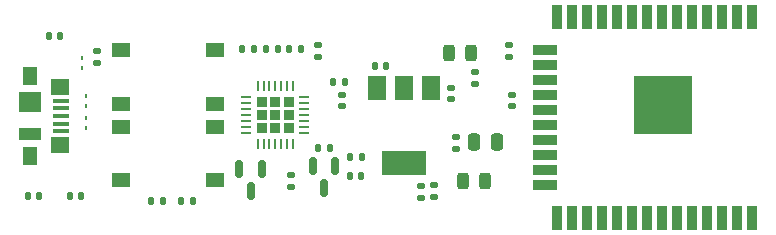
<source format=gbr>
%TF.GenerationSoftware,KiCad,Pcbnew,(6.0.1)*%
%TF.CreationDate,2023-01-04T22:15:02+03:00*%
%TF.ProjectId,EspDevBoard,45737044-6576-4426-9f61-72642e6b6963,rev?*%
%TF.SameCoordinates,Original*%
%TF.FileFunction,Paste,Top*%
%TF.FilePolarity,Positive*%
%FSLAX46Y46*%
G04 Gerber Fmt 4.6, Leading zero omitted, Abs format (unit mm)*
G04 Created by KiCad (PCBNEW (6.0.1)) date 2023-01-04 22:15:02*
%MOMM*%
%LPD*%
G01*
G04 APERTURE LIST*
G04 Aperture macros list*
%AMRoundRect*
0 Rectangle with rounded corners*
0 $1 Rounding radius*
0 $2 $3 $4 $5 $6 $7 $8 $9 X,Y pos of 4 corners*
0 Add a 4 corners polygon primitive as box body*
4,1,4,$2,$3,$4,$5,$6,$7,$8,$9,$2,$3,0*
0 Add four circle primitives for the rounded corners*
1,1,$1+$1,$2,$3*
1,1,$1+$1,$4,$5*
1,1,$1+$1,$6,$7*
1,1,$1+$1,$8,$9*
0 Add four rect primitives between the rounded corners*
20,1,$1+$1,$2,$3,$4,$5,0*
20,1,$1+$1,$4,$5,$6,$7,0*
20,1,$1+$1,$6,$7,$8,$9,0*
20,1,$1+$1,$8,$9,$2,$3,0*%
G04 Aperture macros list end*
%ADD10RoundRect,0.140000X0.140000X0.170000X-0.140000X0.170000X-0.140000X-0.170000X0.140000X-0.170000X0*%
%ADD11RoundRect,0.140000X-0.140000X-0.170000X0.140000X-0.170000X0.140000X0.170000X-0.140000X0.170000X0*%
%ADD12R,0.250000X0.360000*%
%ADD13RoundRect,0.135000X0.135000X0.185000X-0.135000X0.185000X-0.135000X-0.185000X0.135000X-0.185000X0*%
%ADD14RoundRect,0.140000X0.170000X-0.140000X0.170000X0.140000X-0.170000X0.140000X-0.170000X-0.140000X0*%
%ADD15RoundRect,0.135000X-0.135000X-0.185000X0.135000X-0.185000X0.135000X0.185000X-0.135000X0.185000X0*%
%ADD16RoundRect,0.135000X-0.185000X0.135000X-0.185000X-0.135000X0.185000X-0.135000X0.185000X0.135000X0*%
%ADD17RoundRect,0.243750X-0.243750X-0.456250X0.243750X-0.456250X0.243750X0.456250X-0.243750X0.456250X0*%
%ADD18R,1.380000X0.450000*%
%ADD19R,1.550000X1.425000*%
%ADD20R,1.300000X1.650000*%
%ADD21R,1.900000X1.000000*%
%ADD22R,1.900000X1.800000*%
%ADD23RoundRect,0.150000X-0.150000X0.587500X-0.150000X-0.587500X0.150000X-0.587500X0.150000X0.587500X0*%
%ADD24R,1.550000X1.300000*%
%ADD25RoundRect,0.250000X-0.250000X-0.475000X0.250000X-0.475000X0.250000X0.475000X-0.250000X0.475000X0*%
%ADD26R,0.900000X2.000000*%
%ADD27R,2.000000X0.900000*%
%ADD28R,5.000000X5.000000*%
%ADD29RoundRect,0.135000X0.185000X-0.135000X0.185000X0.135000X-0.185000X0.135000X-0.185000X-0.135000X0*%
%ADD30RoundRect,0.225000X0.225000X0.225000X-0.225000X0.225000X-0.225000X-0.225000X0.225000X-0.225000X0*%
%ADD31RoundRect,0.062500X0.337500X0.062500X-0.337500X0.062500X-0.337500X-0.062500X0.337500X-0.062500X0*%
%ADD32RoundRect,0.062500X0.062500X0.337500X-0.062500X0.337500X-0.062500X-0.337500X0.062500X-0.337500X0*%
%ADD33RoundRect,0.140000X-0.170000X0.140000X-0.170000X-0.140000X0.170000X-0.140000X0.170000X0.140000X0*%
%ADD34R,1.500000X2.000000*%
%ADD35R,3.800000X2.000000*%
G04 APERTURE END LIST*
D10*
%TO.C,C3*%
X183380000Y-65300000D03*
X182420000Y-65300000D03*
%TD*%
D11*
%TO.C,C10*%
X180620000Y-78900000D03*
X181580000Y-78900000D03*
%TD*%
D12*
%TO.C,D4*%
X185600000Y-73120000D03*
X185600000Y-72280000D03*
%TD*%
D13*
%TO.C,R13*%
X208910000Y-75600000D03*
X207890000Y-75600000D03*
%TD*%
D11*
%TO.C,C2*%
X206520000Y-69200000D03*
X207480000Y-69200000D03*
%TD*%
D12*
%TO.C,D3*%
X185200000Y-67180000D03*
X185200000Y-68020000D03*
%TD*%
D14*
%TO.C,C9*%
X221600000Y-71280000D03*
X221600000Y-70320000D03*
%TD*%
D15*
%TO.C,R12*%
X193590000Y-79300000D03*
X194610000Y-79300000D03*
%TD*%
D16*
%TO.C,R7*%
X215000000Y-77980000D03*
X215000000Y-79000000D03*
%TD*%
%TO.C,R8*%
X213900000Y-77990000D03*
X213900000Y-79010000D03*
%TD*%
D11*
%TO.C,C12*%
X207920000Y-77200000D03*
X208880000Y-77200000D03*
%TD*%
D17*
%TO.C,D2*%
X216262500Y-66800000D03*
X218137500Y-66800000D03*
%TD*%
D18*
%TO.C,J3*%
X183460000Y-70800000D03*
X183460000Y-71450000D03*
X183460000Y-72100000D03*
X183460000Y-72750000D03*
X183460000Y-73400000D03*
D19*
X183375000Y-69612500D03*
D20*
X180800000Y-68725000D03*
X180800000Y-75475000D03*
D21*
X180800000Y-73650000D03*
D22*
X180800000Y-70950000D03*
D19*
X183375000Y-74587500D03*
%TD*%
D15*
%TO.C,R11*%
X191090000Y-79300000D03*
X192110000Y-79300000D03*
%TD*%
D23*
%TO.C,Q4*%
X200450000Y-76562500D03*
X198550000Y-76562500D03*
X199500000Y-78437500D03*
%TD*%
D24*
%TO.C,SW1*%
X196475000Y-73050000D03*
X188525000Y-73050000D03*
X188525000Y-77550000D03*
X196475000Y-77550000D03*
%TD*%
D16*
%TO.C,R2*%
X218500000Y-68380000D03*
X218500000Y-69400000D03*
%TD*%
D25*
%TO.C,C8*%
X218450000Y-74300000D03*
X220350000Y-74300000D03*
%TD*%
D10*
%TO.C,C13*%
X185160000Y-78900000D03*
X184200000Y-78900000D03*
%TD*%
D15*
%TO.C,R4*%
X202790000Y-66400000D03*
X203810000Y-66400000D03*
%TD*%
D14*
%TO.C,C7*%
X186500000Y-67580000D03*
X186500000Y-66620000D03*
%TD*%
D17*
%TO.C,D1*%
X217462500Y-77600000D03*
X219337500Y-77600000D03*
%TD*%
D26*
%TO.C,U3*%
X241955000Y-63700000D03*
X240685000Y-63700000D03*
X239415000Y-63700000D03*
X238145000Y-63700000D03*
X236875000Y-63700000D03*
X235605000Y-63700000D03*
X234335000Y-63700000D03*
X233065000Y-63700000D03*
X231795000Y-63700000D03*
X230525000Y-63700000D03*
X229255000Y-63700000D03*
X227985000Y-63700000D03*
X226715000Y-63700000D03*
X225445000Y-63700000D03*
D27*
X224445000Y-66485000D03*
X224445000Y-67755000D03*
X224445000Y-69025000D03*
X224445000Y-70295000D03*
X224445000Y-71565000D03*
X224445000Y-72835000D03*
X224445000Y-74105000D03*
X224445000Y-75375000D03*
X224445000Y-76645000D03*
X224445000Y-77915000D03*
D26*
X225445000Y-80700000D03*
X226715000Y-80700000D03*
X227985000Y-80700000D03*
X229255000Y-80700000D03*
X230525000Y-80700000D03*
X231795000Y-80700000D03*
X233065000Y-80700000D03*
X234335000Y-80700000D03*
X235605000Y-80700000D03*
X236875000Y-80700000D03*
X238145000Y-80700000D03*
X239415000Y-80700000D03*
X240685000Y-80700000D03*
X241955000Y-80700000D03*
D28*
X234455000Y-71200000D03*
%TD*%
D15*
%TO.C,R14*%
X205190000Y-74800000D03*
X206210000Y-74800000D03*
%TD*%
D29*
%TO.C,R1*%
X216900000Y-74920000D03*
X216900000Y-73900000D03*
%TD*%
%TO.C,R5*%
X205200000Y-67110000D03*
X205200000Y-66090000D03*
%TD*%
D14*
%TO.C,C5*%
X216500000Y-70680000D03*
X216500000Y-69720000D03*
%TD*%
D24*
%TO.C,SW2*%
X196475000Y-71050000D03*
X188525000Y-71050000D03*
X188525000Y-66550000D03*
X196475000Y-66550000D03*
%TD*%
D15*
%TO.C,R3*%
X200790000Y-66400000D03*
X201810000Y-66400000D03*
%TD*%
D30*
%TO.C,U2*%
X202720000Y-73120000D03*
X201600000Y-72000000D03*
X202720000Y-70880000D03*
X201600000Y-73120000D03*
X200480000Y-72000000D03*
X201600000Y-70880000D03*
X202720000Y-72000000D03*
X200480000Y-73120000D03*
X200480000Y-70880000D03*
D31*
X204050000Y-73500000D03*
X204050000Y-73000000D03*
X204050000Y-72500000D03*
X204050000Y-72000000D03*
X204050000Y-71500000D03*
X204050000Y-71000000D03*
X204050000Y-70500000D03*
D32*
X203100000Y-69550000D03*
X202600000Y-69550000D03*
X202100000Y-69550000D03*
X201600000Y-69550000D03*
X201100000Y-69550000D03*
X200600000Y-69550000D03*
X200100000Y-69550000D03*
D31*
X199150000Y-70500000D03*
X199150000Y-71000000D03*
X199150000Y-71500000D03*
X199150000Y-72000000D03*
X199150000Y-72500000D03*
X199150000Y-73000000D03*
X199150000Y-73500000D03*
D32*
X200100000Y-74450000D03*
X200600000Y-74450000D03*
X201100000Y-74450000D03*
X201600000Y-74450000D03*
X202100000Y-74450000D03*
X202600000Y-74450000D03*
X203100000Y-74450000D03*
%TD*%
D13*
%TO.C,R6*%
X199810000Y-66400000D03*
X198790000Y-66400000D03*
%TD*%
D33*
%TO.C,C1*%
X207200000Y-70320000D03*
X207200000Y-71280000D03*
%TD*%
D16*
%TO.C,R15*%
X202900000Y-77090000D03*
X202900000Y-78110000D03*
%TD*%
D11*
%TO.C,C4*%
X210020000Y-67900000D03*
X210980000Y-67900000D03*
%TD*%
D33*
%TO.C,C6*%
X221400000Y-66120000D03*
X221400000Y-67080000D03*
%TD*%
D23*
%TO.C,Q3*%
X206650000Y-76362500D03*
X204750000Y-76362500D03*
X205700000Y-78237500D03*
%TD*%
D12*
%TO.C,D5*%
X185600000Y-70380000D03*
X185600000Y-71220000D03*
%TD*%
D34*
%TO.C,U1*%
X214800000Y-69750000D03*
D35*
X212500000Y-76050000D03*
D34*
X212500000Y-69750000D03*
X210200000Y-69750000D03*
%TD*%
M02*

</source>
